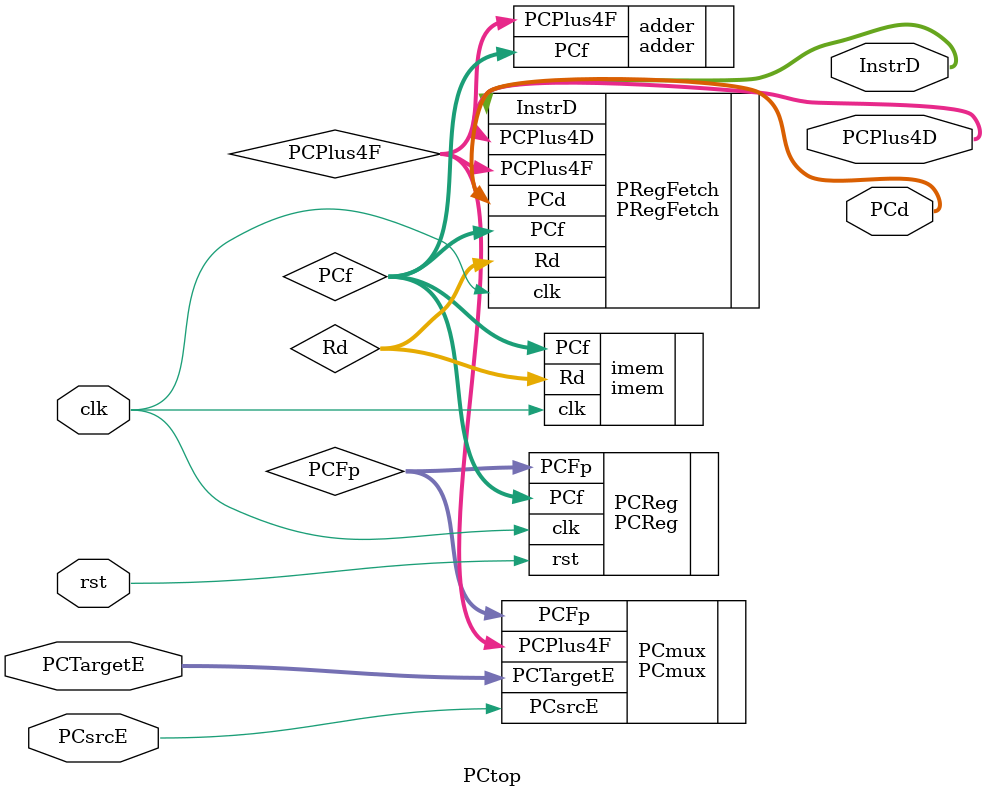
<source format=sv>
module PCtop #(
    parameter DATA_WIDTH = 32
) (
    input   logic                  clk,
    input   logic                  rst,
    input   logic                  PCsrcE,
    input   logic [DATA_WIDTH-1:0] PCTargetE,
    output  logic [DATA_WIDTH-1:0] InstrD,
    output  logic [DATA_WIDTH-1:0] PCd,
    output  logic [DATA_WIDTH-1:0] PCPlus4D

);

    logic [DATA_WIDTH-1:0] PCFp;
    logic [DATA_WIDTH-1:0] PCf;
    logic [DATA_WIDTH-1:0] PCPlus4F;
    logic [DATA_WIDTH-1:0] Rd;

    PCReg PCReg (
        .clk (clk),      
        .rst (rst),    
        .PCFp (PCFp),       
        .PCf (PCf)     	
    );

    PCmux PCmux (
        .PCTargetE (PCTargetE),          
        .PCsrcE (PCsrcE),
        .PCPlus4F (PCPlus4F),       
        .PCFp (PCFp)     	
    );

    imem imem (
        .clk (clk),
        .PCf (PCf),          
        .Rd (Rd)  	
    );

    adder adder (
        .PCf (PCf),          
        .PCPlus4F (PCPlus4F)  	
    );

    PRegFetch PRegFetch (
        .clk (clk),
        .Rd (Rd),     
        .PCf (PCf),      
        .PCPlus4F (PCPlus4F),       
        .InstrD (InstrD),
        .PCd (PCd),  
        .PCPlus4D (PCPlus4D)	
    );

endmodule

</source>
